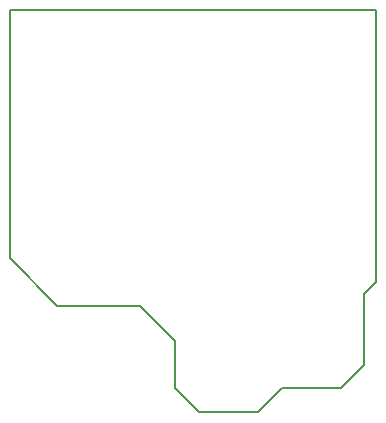
<source format=gm1>
G04 #@! TF.FileFunction,Profile,NP*
%FSLAX46Y46*%
G04 Gerber Fmt 4.6, Leading zero omitted, Abs format (unit mm)*
G04 Created by KiCad (PCBNEW 4.0.7-e2-6376~58~ubuntu16.04.1) date Wed Apr 11 03:41:41 2018*
%MOMM*%
%LPD*%
G01*
G04 APERTURE LIST*
%ADD10C,0.100000*%
%ADD11C,0.150000*%
G04 APERTURE END LIST*
D10*
D11*
X77000000Y-55000000D02*
X77000000Y-34000000D01*
X81000000Y-59000000D02*
X77000000Y-55000000D01*
X88000000Y-59000000D02*
X81000000Y-59000000D01*
X91000000Y-62000000D02*
X88000000Y-59000000D01*
X91000000Y-66000000D02*
X91000000Y-62000000D01*
X93000000Y-68000000D02*
X91000000Y-66000000D01*
X98000000Y-68000000D02*
X93000000Y-68000000D01*
X100000000Y-66000000D02*
X98000000Y-68000000D01*
X105000000Y-66000000D02*
X100000000Y-66000000D01*
X107000000Y-64000000D02*
X105000000Y-66000000D01*
X107000000Y-58000000D02*
X107000000Y-64000000D01*
X108000000Y-57000000D02*
X107000000Y-58000000D01*
X108000000Y-52000000D02*
X108000000Y-57000000D01*
X108000000Y-34000000D02*
X108000000Y-52000000D01*
X77000000Y-34000000D02*
X108000000Y-34000000D01*
M02*

</source>
